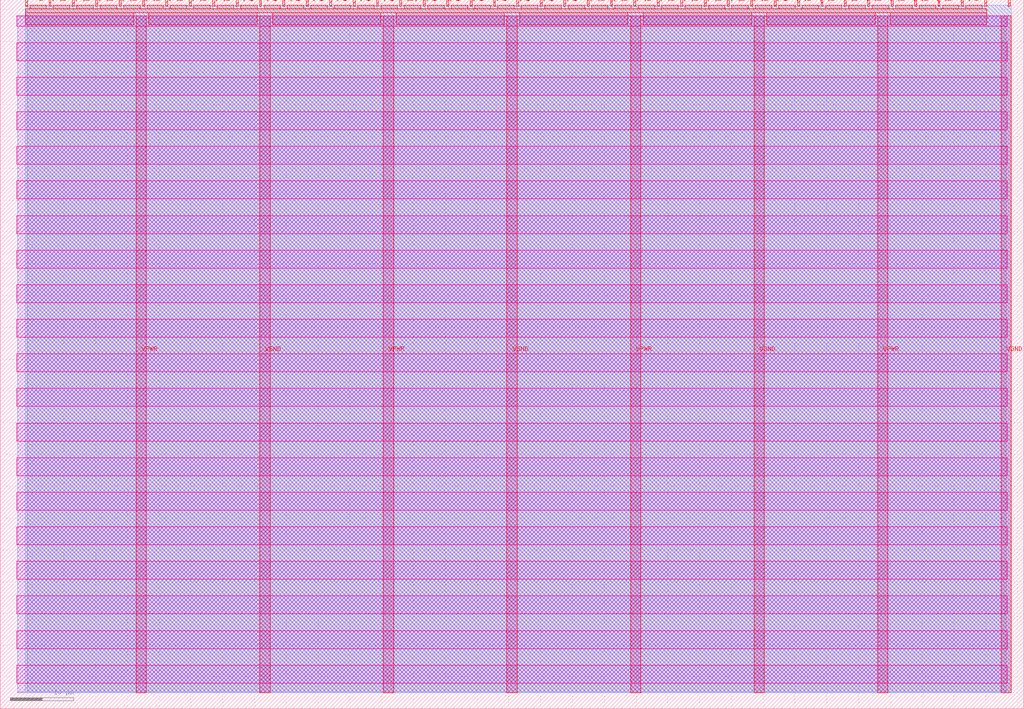
<source format=lef>
VERSION 5.7 ;
  NOWIREEXTENSIONATPIN ON ;
  DIVIDERCHAR "/" ;
  BUSBITCHARS "[]" ;
MACRO tt_um_wokwi_395055359324730369
  CLASS BLOCK ;
  FOREIGN tt_um_wokwi_395055359324730369 ;
  ORIGIN 0.000 0.000 ;
  SIZE 161.000 BY 111.520 ;
  PIN VGND
    DIRECTION INOUT ;
    USE GROUND ;
    PORT
      LAYER met4 ;
        RECT 40.830 2.480 42.430 109.040 ;
    END
    PORT
      LAYER met4 ;
        RECT 79.700 2.480 81.300 109.040 ;
    END
    PORT
      LAYER met4 ;
        RECT 118.570 2.480 120.170 109.040 ;
    END
    PORT
      LAYER met4 ;
        RECT 157.440 2.480 159.040 109.040 ;
    END
  END VGND
  PIN VPWR
    DIRECTION INOUT ;
    USE POWER ;
    PORT
      LAYER met4 ;
        RECT 21.395 2.480 22.995 109.040 ;
    END
    PORT
      LAYER met4 ;
        RECT 60.265 2.480 61.865 109.040 ;
    END
    PORT
      LAYER met4 ;
        RECT 99.135 2.480 100.735 109.040 ;
    END
    PORT
      LAYER met4 ;
        RECT 138.005 2.480 139.605 109.040 ;
    END
  END VPWR
  PIN clk
    DIRECTION INPUT ;
    USE SIGNAL ;
    ANTENNAGATEAREA 0.159000 ;
    PORT
      LAYER met4 ;
        RECT 154.870 110.520 155.170 111.520 ;
    END
  END clk
  PIN ena
    DIRECTION INPUT ;
    USE SIGNAL ;
    PORT
      LAYER met4 ;
        RECT 158.550 110.520 158.850 111.520 ;
    END
  END ena
  PIN rst_n
    DIRECTION INPUT ;
    USE SIGNAL ;
    ANTENNAGATEAREA 0.196500 ;
    PORT
      LAYER met4 ;
        RECT 151.190 110.520 151.490 111.520 ;
    END
  END rst_n
  PIN ui_in[0]
    DIRECTION INPUT ;
    USE SIGNAL ;
    ANTENNAGATEAREA 0.213000 ;
    PORT
      LAYER met4 ;
        RECT 147.510 110.520 147.810 111.520 ;
    END
  END ui_in[0]
  PIN ui_in[1]
    DIRECTION INPUT ;
    USE SIGNAL ;
    PORT
      LAYER met4 ;
        RECT 143.830 110.520 144.130 111.520 ;
    END
  END ui_in[1]
  PIN ui_in[2]
    DIRECTION INPUT ;
    USE SIGNAL ;
    PORT
      LAYER met4 ;
        RECT 140.150 110.520 140.450 111.520 ;
    END
  END ui_in[2]
  PIN ui_in[3]
    DIRECTION INPUT ;
    USE SIGNAL ;
    PORT
      LAYER met4 ;
        RECT 136.470 110.520 136.770 111.520 ;
    END
  END ui_in[3]
  PIN ui_in[4]
    DIRECTION INPUT ;
    USE SIGNAL ;
    PORT
      LAYER met4 ;
        RECT 132.790 110.520 133.090 111.520 ;
    END
  END ui_in[4]
  PIN ui_in[5]
    DIRECTION INPUT ;
    USE SIGNAL ;
    ANTENNAGATEAREA 0.196500 ;
    PORT
      LAYER met4 ;
        RECT 129.110 110.520 129.410 111.520 ;
    END
  END ui_in[5]
  PIN ui_in[6]
    DIRECTION INPUT ;
    USE SIGNAL ;
    ANTENNAGATEAREA 0.196500 ;
    PORT
      LAYER met4 ;
        RECT 125.430 110.520 125.730 111.520 ;
    END
  END ui_in[6]
  PIN ui_in[7]
    DIRECTION INPUT ;
    USE SIGNAL ;
    ANTENNAGATEAREA 0.196500 ;
    PORT
      LAYER met4 ;
        RECT 121.750 110.520 122.050 111.520 ;
    END
  END ui_in[7]
  PIN uio_in[0]
    DIRECTION INPUT ;
    USE SIGNAL ;
    PORT
      LAYER met4 ;
        RECT 118.070 110.520 118.370 111.520 ;
    END
  END uio_in[0]
  PIN uio_in[1]
    DIRECTION INPUT ;
    USE SIGNAL ;
    PORT
      LAYER met4 ;
        RECT 114.390 110.520 114.690 111.520 ;
    END
  END uio_in[1]
  PIN uio_in[2]
    DIRECTION INPUT ;
    USE SIGNAL ;
    PORT
      LAYER met4 ;
        RECT 110.710 110.520 111.010 111.520 ;
    END
  END uio_in[2]
  PIN uio_in[3]
    DIRECTION INPUT ;
    USE SIGNAL ;
    PORT
      LAYER met4 ;
        RECT 107.030 110.520 107.330 111.520 ;
    END
  END uio_in[3]
  PIN uio_in[4]
    DIRECTION INPUT ;
    USE SIGNAL ;
    PORT
      LAYER met4 ;
        RECT 103.350 110.520 103.650 111.520 ;
    END
  END uio_in[4]
  PIN uio_in[5]
    DIRECTION INPUT ;
    USE SIGNAL ;
    PORT
      LAYER met4 ;
        RECT 99.670 110.520 99.970 111.520 ;
    END
  END uio_in[5]
  PIN uio_in[6]
    DIRECTION INPUT ;
    USE SIGNAL ;
    PORT
      LAYER met4 ;
        RECT 95.990 110.520 96.290 111.520 ;
    END
  END uio_in[6]
  PIN uio_in[7]
    DIRECTION INPUT ;
    USE SIGNAL ;
    PORT
      LAYER met4 ;
        RECT 92.310 110.520 92.610 111.520 ;
    END
  END uio_in[7]
  PIN uio_oe[0]
    DIRECTION OUTPUT TRISTATE ;
    USE SIGNAL ;
    PORT
      LAYER met4 ;
        RECT 29.750 110.520 30.050 111.520 ;
    END
  END uio_oe[0]
  PIN uio_oe[1]
    DIRECTION OUTPUT TRISTATE ;
    USE SIGNAL ;
    PORT
      LAYER met4 ;
        RECT 26.070 110.520 26.370 111.520 ;
    END
  END uio_oe[1]
  PIN uio_oe[2]
    DIRECTION OUTPUT TRISTATE ;
    USE SIGNAL ;
    PORT
      LAYER met4 ;
        RECT 22.390 110.520 22.690 111.520 ;
    END
  END uio_oe[2]
  PIN uio_oe[3]
    DIRECTION OUTPUT TRISTATE ;
    USE SIGNAL ;
    PORT
      LAYER met4 ;
        RECT 18.710 110.520 19.010 111.520 ;
    END
  END uio_oe[3]
  PIN uio_oe[4]
    DIRECTION OUTPUT TRISTATE ;
    USE SIGNAL ;
    PORT
      LAYER met4 ;
        RECT 15.030 110.520 15.330 111.520 ;
    END
  END uio_oe[4]
  PIN uio_oe[5]
    DIRECTION OUTPUT TRISTATE ;
    USE SIGNAL ;
    PORT
      LAYER met4 ;
        RECT 11.350 110.520 11.650 111.520 ;
    END
  END uio_oe[5]
  PIN uio_oe[6]
    DIRECTION OUTPUT TRISTATE ;
    USE SIGNAL ;
    PORT
      LAYER met4 ;
        RECT 7.670 110.520 7.970 111.520 ;
    END
  END uio_oe[6]
  PIN uio_oe[7]
    DIRECTION OUTPUT TRISTATE ;
    USE SIGNAL ;
    PORT
      LAYER met4 ;
        RECT 3.990 110.520 4.290 111.520 ;
    END
  END uio_oe[7]
  PIN uio_out[0]
    DIRECTION OUTPUT TRISTATE ;
    USE SIGNAL ;
    PORT
      LAYER met4 ;
        RECT 59.190 110.520 59.490 111.520 ;
    END
  END uio_out[0]
  PIN uio_out[1]
    DIRECTION OUTPUT TRISTATE ;
    USE SIGNAL ;
    PORT
      LAYER met4 ;
        RECT 55.510 110.520 55.810 111.520 ;
    END
  END uio_out[1]
  PIN uio_out[2]
    DIRECTION OUTPUT TRISTATE ;
    USE SIGNAL ;
    PORT
      LAYER met4 ;
        RECT 51.830 110.520 52.130 111.520 ;
    END
  END uio_out[2]
  PIN uio_out[3]
    DIRECTION OUTPUT TRISTATE ;
    USE SIGNAL ;
    PORT
      LAYER met4 ;
        RECT 48.150 110.520 48.450 111.520 ;
    END
  END uio_out[3]
  PIN uio_out[4]
    DIRECTION OUTPUT TRISTATE ;
    USE SIGNAL ;
    PORT
      LAYER met4 ;
        RECT 44.470 110.520 44.770 111.520 ;
    END
  END uio_out[4]
  PIN uio_out[5]
    DIRECTION OUTPUT TRISTATE ;
    USE SIGNAL ;
    PORT
      LAYER met4 ;
        RECT 40.790 110.520 41.090 111.520 ;
    END
  END uio_out[5]
  PIN uio_out[6]
    DIRECTION OUTPUT TRISTATE ;
    USE SIGNAL ;
    PORT
      LAYER met4 ;
        RECT 37.110 110.520 37.410 111.520 ;
    END
  END uio_out[6]
  PIN uio_out[7]
    DIRECTION OUTPUT TRISTATE ;
    USE SIGNAL ;
    PORT
      LAYER met4 ;
        RECT 33.430 110.520 33.730 111.520 ;
    END
  END uio_out[7]
  PIN uo_out[0]
    DIRECTION OUTPUT TRISTATE ;
    USE SIGNAL ;
    ANTENNADIFFAREA 0.445500 ;
    PORT
      LAYER met4 ;
        RECT 88.630 110.520 88.930 111.520 ;
    END
  END uo_out[0]
  PIN uo_out[1]
    DIRECTION OUTPUT TRISTATE ;
    USE SIGNAL ;
    ANTENNADIFFAREA 0.445500 ;
    PORT
      LAYER met4 ;
        RECT 84.950 110.520 85.250 111.520 ;
    END
  END uo_out[1]
  PIN uo_out[2]
    DIRECTION OUTPUT TRISTATE ;
    USE SIGNAL ;
    ANTENNADIFFAREA 0.445500 ;
    PORT
      LAYER met4 ;
        RECT 81.270 110.520 81.570 111.520 ;
    END
  END uo_out[2]
  PIN uo_out[3]
    DIRECTION OUTPUT TRISTATE ;
    USE SIGNAL ;
    ANTENNADIFFAREA 0.445500 ;
    PORT
      LAYER met4 ;
        RECT 77.590 110.520 77.890 111.520 ;
    END
  END uo_out[3]
  PIN uo_out[4]
    DIRECTION OUTPUT TRISTATE ;
    USE SIGNAL ;
    ANTENNADIFFAREA 0.795200 ;
    PORT
      LAYER met4 ;
        RECT 73.910 110.520 74.210 111.520 ;
    END
  END uo_out[4]
  PIN uo_out[5]
    DIRECTION OUTPUT TRISTATE ;
    USE SIGNAL ;
    ANTENNADIFFAREA 0.445500 ;
    PORT
      LAYER met4 ;
        RECT 70.230 110.520 70.530 111.520 ;
    END
  END uo_out[5]
  PIN uo_out[6]
    DIRECTION OUTPUT TRISTATE ;
    USE SIGNAL ;
    ANTENNADIFFAREA 0.445500 ;
    PORT
      LAYER met4 ;
        RECT 66.550 110.520 66.850 111.520 ;
    END
  END uo_out[6]
  PIN uo_out[7]
    DIRECTION OUTPUT TRISTATE ;
    USE SIGNAL ;
    ANTENNADIFFAREA 0.445500 ;
    PORT
      LAYER met4 ;
        RECT 62.870 110.520 63.170 111.520 ;
    END
  END uo_out[7]
  OBS
      LAYER nwell ;
        RECT 2.570 107.385 158.430 108.990 ;
        RECT 2.570 101.945 158.430 104.775 ;
        RECT 2.570 96.505 158.430 99.335 ;
        RECT 2.570 91.065 158.430 93.895 ;
        RECT 2.570 85.625 158.430 88.455 ;
        RECT 2.570 80.185 158.430 83.015 ;
        RECT 2.570 74.745 158.430 77.575 ;
        RECT 2.570 69.305 158.430 72.135 ;
        RECT 2.570 63.865 158.430 66.695 ;
        RECT 2.570 58.425 158.430 61.255 ;
        RECT 2.570 52.985 158.430 55.815 ;
        RECT 2.570 47.545 158.430 50.375 ;
        RECT 2.570 42.105 158.430 44.935 ;
        RECT 2.570 36.665 158.430 39.495 ;
        RECT 2.570 31.225 158.430 34.055 ;
        RECT 2.570 25.785 158.430 28.615 ;
        RECT 2.570 20.345 158.430 23.175 ;
        RECT 2.570 14.905 158.430 17.735 ;
        RECT 2.570 9.465 158.430 12.295 ;
        RECT 2.570 4.025 158.430 6.855 ;
      LAYER li1 ;
        RECT 2.760 2.635 158.240 108.885 ;
      LAYER met1 ;
        RECT 2.760 2.480 159.040 109.040 ;
      LAYER met2 ;
        RECT 4.230 2.535 159.010 110.685 ;
      LAYER met3 ;
        RECT 3.950 2.555 159.030 110.665 ;
      LAYER met4 ;
        RECT 4.690 110.120 7.270 110.665 ;
        RECT 8.370 110.120 10.950 110.665 ;
        RECT 12.050 110.120 14.630 110.665 ;
        RECT 15.730 110.120 18.310 110.665 ;
        RECT 19.410 110.120 21.990 110.665 ;
        RECT 23.090 110.120 25.670 110.665 ;
        RECT 26.770 110.120 29.350 110.665 ;
        RECT 30.450 110.120 33.030 110.665 ;
        RECT 34.130 110.120 36.710 110.665 ;
        RECT 37.810 110.120 40.390 110.665 ;
        RECT 41.490 110.120 44.070 110.665 ;
        RECT 45.170 110.120 47.750 110.665 ;
        RECT 48.850 110.120 51.430 110.665 ;
        RECT 52.530 110.120 55.110 110.665 ;
        RECT 56.210 110.120 58.790 110.665 ;
        RECT 59.890 110.120 62.470 110.665 ;
        RECT 63.570 110.120 66.150 110.665 ;
        RECT 67.250 110.120 69.830 110.665 ;
        RECT 70.930 110.120 73.510 110.665 ;
        RECT 74.610 110.120 77.190 110.665 ;
        RECT 78.290 110.120 80.870 110.665 ;
        RECT 81.970 110.120 84.550 110.665 ;
        RECT 85.650 110.120 88.230 110.665 ;
        RECT 89.330 110.120 91.910 110.665 ;
        RECT 93.010 110.120 95.590 110.665 ;
        RECT 96.690 110.120 99.270 110.665 ;
        RECT 100.370 110.120 102.950 110.665 ;
        RECT 104.050 110.120 106.630 110.665 ;
        RECT 107.730 110.120 110.310 110.665 ;
        RECT 111.410 110.120 113.990 110.665 ;
        RECT 115.090 110.120 117.670 110.665 ;
        RECT 118.770 110.120 121.350 110.665 ;
        RECT 122.450 110.120 125.030 110.665 ;
        RECT 126.130 110.120 128.710 110.665 ;
        RECT 129.810 110.120 132.390 110.665 ;
        RECT 133.490 110.120 136.070 110.665 ;
        RECT 137.170 110.120 139.750 110.665 ;
        RECT 140.850 110.120 143.430 110.665 ;
        RECT 144.530 110.120 147.110 110.665 ;
        RECT 148.210 110.120 150.790 110.665 ;
        RECT 151.890 110.120 154.470 110.665 ;
        RECT 3.975 109.440 155.185 110.120 ;
        RECT 3.975 107.615 20.995 109.440 ;
        RECT 23.395 107.615 40.430 109.440 ;
        RECT 42.830 107.615 59.865 109.440 ;
        RECT 62.265 107.615 79.300 109.440 ;
        RECT 81.700 107.615 98.735 109.440 ;
        RECT 101.135 107.615 118.170 109.440 ;
        RECT 120.570 107.615 137.605 109.440 ;
        RECT 140.005 107.615 155.185 109.440 ;
  END
END tt_um_wokwi_395055359324730369
END LIBRARY


</source>
